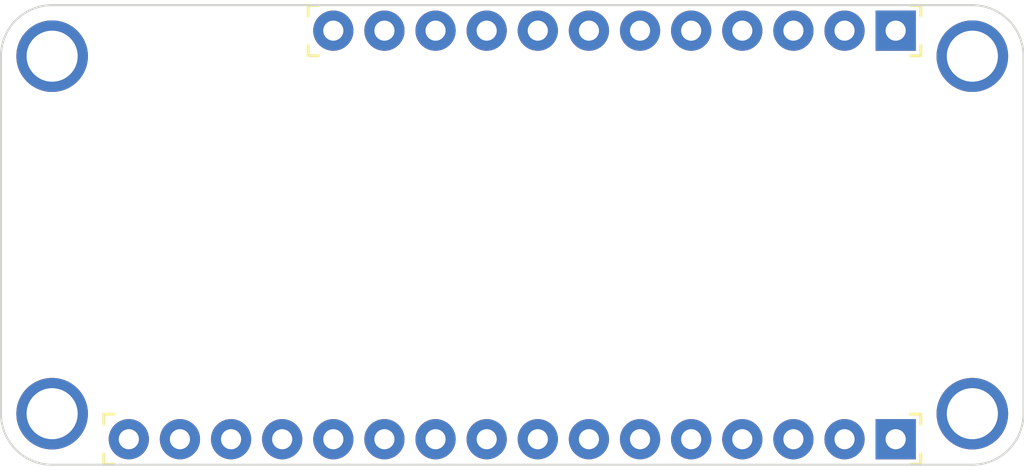
<source format=kicad_pcb>
(kicad_pcb (version 20170123) (host pcbnew "(2017-02-10 revision 1bcbbb4)-makepkg")

  (general
    (links 1)
    (no_connects 1)
    (area 111.709999 102.819999 162.610001 125.780001)
    (thickness 1.6)
    (drawings 8)
    (tracks 0)
    (zones 0)
    (modules 3)
    (nets 9)
  )

  (page A4)
  (title_block
    (date "sam. 04 avril 2015")
  )

  (layers
    (0 F.Cu signal)
    (31 B.Cu signal)
    (32 B.Adhes user)
    (33 F.Adhes user)
    (34 B.Paste user)
    (35 F.Paste user)
    (36 B.SilkS user)
    (37 F.SilkS user)
    (38 B.Mask user)
    (39 F.Mask user)
    (40 Dwgs.User user)
    (41 Cmts.User user)
    (42 Eco1.User user)
    (43 Eco2.User user)
    (44 Edge.Cuts user)
    (45 Margin user)
    (46 B.CrtYd user)
    (47 F.CrtYd user)
    (48 B.Fab user)
    (49 F.Fab user)
  )

  (setup
    (last_trace_width 0.25)
    (trace_clearance 0.2)
    (zone_clearance 0.508)
    (zone_45_only no)
    (trace_min 0.2)
    (segment_width 0.15)
    (edge_width 0.1)
    (via_size 0.6)
    (via_drill 0.4)
    (via_min_size 0.4)
    (via_min_drill 0.3)
    (uvia_size 0.3)
    (uvia_drill 0.1)
    (uvias_allowed no)
    (uvia_min_size 0.2)
    (uvia_min_drill 0.1)
    (pcb_text_width 0.3)
    (pcb_text_size 1.5 1.5)
    (mod_edge_width 0.15)
    (mod_text_size 1 1)
    (mod_text_width 0.15)
    (pad_size 1.5 1.5)
    (pad_drill 0.6)
    (pad_to_mask_clearance 0)
    (aux_axis_origin 137.16 114.3)
    (visible_elements 7FFFFFFF)
    (pcbplotparams
      (layerselection 0x00030_80000001)
      (usegerberextensions false)
      (excludeedgelayer true)
      (linewidth 0.100000)
      (plotframeref false)
      (viasonmask false)
      (mode 1)
      (useauxorigin false)
      (hpglpennumber 1)
      (hpglpenspeed 20)
      (hpglpendiameter 15)
      (psnegative false)
      (psa4output false)
      (plotreference true)
      (plotvalue true)
      (plotinvisibletext false)
      (padsonsilk false)
      (subtractmaskfromsilk false)
      (outputformat 1)
      (mirror false)
      (drillshape 1)
      (scaleselection 1)
      (outputdirectory ""))
  )

  (net 0 "")
  (net 1 GND)
  (net 2 VCC)
  (net 3 /A5)
  (net 4 /A4)
  (net 5 /A3)
  (net 6 /A2)
  (net 7 /A1)
  (net 8 /A0)

  (net_class Default "This is the default net class."
    (clearance 0.2)
    (trace_width 0.25)
    (via_dia 0.6)
    (via_drill 0.4)
    (uvia_dia 0.3)
    (uvia_drill 0.1)
    (add_net /A0)
    (add_net /A1)
    (add_net /A2)
    (add_net /A3)
    (add_net /A4)
    (add_net /A5)
    (add_net GND)
    (add_net VCC)
  )

  (module Adafruit_FeatherWing:Conn_PinHeader_1x16 (layer F.Cu) (tedit 58EF1B8A) (tstamp 58EF1DFE)
    (at 137.16 124.46 180)
    (path /56D755F3)
    (fp_text reference JP1 (at 0 0.508) (layer F.Fab)
      (effects (font (size 0.6 0.6) (thickness 0.1)))
    )
    (fp_text value PinHeader_01x16_2.54mm (at 0 -0.508) (layer F.Fab)
      (effects (font (size 0.6 0.5) (thickness 0.1)))
    )
    (fp_text user %R (at 0 0) (layer Eco1.User)
      (effects (font (size 0.3 0.3) (thickness 0.03)))
    )
    (fp_line (start 20.58 1.5) (end -20.58 1.5) (layer F.CrtYd) (width 0.05))
    (fp_line (start -20.58 -1.5) (end 20.58 -1.5) (layer F.CrtYd) (width 0.05))
    (fp_line (start -20.58 -1.5) (end -20.58 1.5) (layer F.CrtYd) (width 0.05))
    (fp_line (start 20.58 1.5) (end 20.58 -1.5) (layer F.CrtYd) (width 0.05))
    (fp_line (start 20.297 0.739) (end 20.297 1.247) (layer F.SilkS) (width 0.15))
    (fp_line (start -20.297 0.739) (end -20.297 1.247) (layer F.SilkS) (width 0.15))
    (fp_line (start -20.297 -1.247) (end -20.297 -0.739) (layer F.SilkS) (width 0.15))
    (fp_line (start 19.789 1.247) (end 20.297 1.247) (layer F.SilkS) (width 0.15))
    (fp_line (start -20.297 1.247) (end -19.789 1.247) (layer F.SilkS) (width 0.15))
    (fp_line (start 19.789 -1.247) (end 20.297 -1.247) (layer F.SilkS) (width 0.15))
    (fp_line (start -20.297 -1.247) (end -19.789 -1.247) (layer F.SilkS) (width 0.15))
    (fp_line (start 20.297 -1.247) (end 20.297 -0.739) (layer F.SilkS) (width 0.15))
    (fp_line (start -20.32 -1.27) (end 20.32 -1.27) (layer F.Fab) (width 0.05))
    (fp_line (start 20.32 -1.27) (end 20.32 1.27) (layer F.Fab) (width 0.05))
    (fp_line (start -20.32 1.27) (end 20.32 1.27) (layer F.Fab) (width 0.05))
    (fp_line (start -20.32 1.27) (end -20.32 -1.27) (layer F.Fab) (width 0.05))
    (pad 11 thru_hole circle (at 6.35 0 180) (size 2 2) (drill 1) (layers *.Cu *.Mask)
      (net 7 /A1))
    (pad 12 thru_hole circle (at 8.89 0 180) (size 2 2) (drill 1) (layers *.Cu *.Mask)
      (net 8 /A0))
    (pad 10 thru_hole circle (at 3.81 0 180) (size 2 2) (drill 1) (layers *.Cu *.Mask)
      (net 6 /A2))
    (pad 9 thru_hole circle (at 1.27 0 180) (size 2 2) (drill 1) (layers *.Cu *.Mask)
      (net 5 /A3))
    (pad 8 thru_hole circle (at -1.27 0 180) (size 2 2) (drill 1) (layers *.Cu *.Mask)
      (net 4 /A4))
    (pad 5 thru_hole circle (at -8.89 0 180) (size 2 2) (drill 1) (layers *.Cu *.Mask))
    (pad 6 thru_hole circle (at -6.35 0 180) (size 2 2) (drill 1) (layers *.Cu *.Mask))
    (pad 7 thru_hole circle (at -3.81 0 180) (size 2 2) (drill 1) (layers *.Cu *.Mask)
      (net 3 /A5))
    (pad 4 thru_hole circle (at -11.43 0 180) (size 2 2) (drill 1) (layers *.Cu *.Mask))
    (pad 3 thru_hole circle (at -13.97 0 180) (size 2 2) (drill 1) (layers *.Cu *.Mask))
    (pad 2 thru_hole circle (at -16.51 0 180) (size 2 2) (drill 1) (layers *.Cu *.Mask))
    (pad 1 thru_hole rect (at -19.05 0 180) (size 2 2) (drill 1) (layers *.Cu *.Mask)
      (net 1 GND))
    (pad 13 thru_hole circle (at 11.43 0 180) (size 2 2) (drill 1) (layers *.Cu *.Mask)
      (net 1 GND))
    (pad 14 thru_hole circle (at 13.97 0 180) (size 2 2) (drill 1) (layers *.Cu *.Mask))
    (pad 15 thru_hole circle (at 16.51 0 180) (size 2 2) (drill 1) (layers *.Cu *.Mask)
      (net 2 VCC))
    (pad 16 thru_hole circle (at 19.05 0 180) (size 2 2) (drill 1) (layers *.Cu *.Mask))
  )

  (module Adafruit_FeatherWing:Conn_PinHeader_1x12 (layer F.Cu) (tedit 56B1F058) (tstamp 58EF1E1F)
    (at 142.24 104.14 180)
    (path /56D754D1)
    (fp_text reference JP3 (at 0 0.6) (layer F.Fab)
      (effects (font (size 0.6 0.6) (thickness 0.1)))
    )
    (fp_text value PinHeader_01x12_2.54mm (at 0 -0.5) (layer F.Fab)
      (effects (font (size 0.6 0.5) (thickness 0.1)))
    )
    (fp_text user %R (at 0 0) (layer Eco1.User)
      (effects (font (size 0.3 0.3) (thickness 0.03)))
    )
    (fp_line (start 15.5 1.5) (end -15.5 1.5) (layer F.CrtYd) (width 0.05))
    (fp_line (start -15.5 -1.5) (end 15.5 -1.5) (layer F.CrtYd) (width 0.05))
    (fp_line (start -15.5 -1.5) (end -15.5 1.5) (layer F.CrtYd) (width 0.05))
    (fp_line (start 15.5 1.5) (end 15.5 -1.5) (layer F.CrtYd) (width 0.05))
    (fp_line (start 15.217 0.739) (end 15.217 1.247) (layer F.SilkS) (width 0.15))
    (fp_line (start -15.217 0.739) (end -15.217 1.247) (layer F.SilkS) (width 0.15))
    (fp_line (start -15.217 -1.247) (end -15.217 -0.739) (layer F.SilkS) (width 0.15))
    (fp_line (start 14.709 1.247) (end 15.217 1.247) (layer F.SilkS) (width 0.15))
    (fp_line (start -15.217 1.247) (end -14.709 1.247) (layer F.SilkS) (width 0.15))
    (fp_line (start 14.709 -1.247) (end 15.217 -1.247) (layer F.SilkS) (width 0.15))
    (fp_line (start -15.217 -1.247) (end -14.709 -1.247) (layer F.SilkS) (width 0.15))
    (fp_line (start 15.217 -1.247) (end 15.217 -0.739) (layer F.SilkS) (width 0.15))
    (fp_line (start -15.24 -1.27) (end 15.24 -1.27) (layer F.Fab) (width 0.05))
    (fp_line (start 15.24 -1.27) (end 15.24 1.27) (layer F.Fab) (width 0.05))
    (fp_line (start -15.24 1.27) (end 15.24 1.27) (layer F.Fab) (width 0.05))
    (fp_line (start -15.24 1.27) (end -15.24 -1.27) (layer F.Fab) (width 0.05))
    (pad 11 thru_hole circle (at 11.43 0 180) (size 2 2) (drill 1) (layers *.Cu *.Mask))
    (pad 12 thru_hole circle (at 13.97 0 180) (size 2 2) (drill 1) (layers *.Cu *.Mask))
    (pad 10 thru_hole circle (at 8.89 0 180) (size 2 2) (drill 1) (layers *.Cu *.Mask))
    (pad 9 thru_hole circle (at 6.35 0 180) (size 2 2) (drill 1) (layers *.Cu *.Mask))
    (pad 8 thru_hole circle (at 3.81 0 180) (size 2 2) (drill 1) (layers *.Cu *.Mask))
    (pad 5 thru_hole circle (at -3.81 0 180) (size 2 2) (drill 1) (layers *.Cu *.Mask))
    (pad 6 thru_hole circle (at -1.27 0 180) (size 2 2) (drill 1) (layers *.Cu *.Mask))
    (pad 7 thru_hole circle (at 1.27 0 180) (size 2 2) (drill 1) (layers *.Cu *.Mask))
    (pad 4 thru_hole circle (at -6.35 0 180) (size 2 2) (drill 1) (layers *.Cu *.Mask))
    (pad 3 thru_hole circle (at -8.89 0 180) (size 2 2) (drill 1) (layers *.Cu *.Mask))
    (pad 2 thru_hole circle (at -11.43 0 180) (size 2 2) (drill 1) (layers *.Cu *.Mask))
    (pad 1 thru_hole rect (at -13.97 0 180) (size 2 2) (drill 1) (layers *.Cu *.Mask))
  )

  (module Adafruit_FeatherWing:PCB_FeatherWing (layer F.Cu) (tedit 58EF14C7) (tstamp 58EF202D)
    (at 137.16 114.3)
    (fp_text reference PCB** (at 0 1) (layer F.Fab)
      (effects (font (size 0.6 0.6) (thickness 0.1)))
    )
    (fp_text value VAL** (at 0 0 180) (layer F.Fab)
      (effects (font (size 0.6 0.5) (thickness 0.1)))
    )
    (fp_text user 12 (at -8.89 -10.922) (layer Cmts.User)
      (effects (font (size 0.3 0.25) (thickness 0.03)))
    )
    (fp_text user 11 (at -6.35 -10.922) (layer Cmts.User)
      (effects (font (size 0.3 0.25) (thickness 0.03)))
    )
    (fp_text user 10 (at -3.81 -10.922) (layer Cmts.User)
      (effects (font (size 0.3 0.25) (thickness 0.03)))
    )
    (fp_text user 9 (at -1.27 -10.922) (layer Cmts.User)
      (effects (font (size 0.3 0.25) (thickness 0.03)))
    )
    (fp_text user 8 (at 1.27 -10.922) (layer Cmts.User)
      (effects (font (size 0.3 0.25) (thickness 0.03)))
    )
    (fp_text user 7 (at 3.81 -10.922) (layer Cmts.User)
      (effects (font (size 0.3 0.25) (thickness 0.03)))
    )
    (fp_text user 6 (at 6.35 -10.922) (layer Cmts.User)
      (effects (font (size 0.3 0.25) (thickness 0.03)))
    )
    (fp_text user 5 (at 8.89 -10.922) (layer Cmts.User)
      (effects (font (size 0.3 0.25) (thickness 0.03)))
    )
    (fp_text user 4 (at 11.43 -10.922) (layer Cmts.User)
      (effects (font (size 0.3 0.25) (thickness 0.03)))
    )
    (fp_text user 3 (at 13.97 -10.922) (layer Cmts.User)
      (effects (font (size 0.3 0.25) (thickness 0.03)))
    )
    (fp_text user 2 (at 16.51 -10.922) (layer Cmts.User)
      (effects (font (size 0.3 0.25) (thickness 0.03)))
    )
    (fp_text user 1 (at 19.05 -10.922) (layer Cmts.User)
      (effects (font (size 0.3 0.25) (thickness 0.03)))
    )
    (fp_text user 16 (at -19.05 10.922) (layer Cmts.User)
      (effects (font (size 0.3 0.25) (thickness 0.03)))
    )
    (fp_text user 15 (at -16.51 10.922) (layer Cmts.User)
      (effects (font (size 0.3 0.25) (thickness 0.03)))
    )
    (fp_text user 14 (at -13.97 10.922) (layer Cmts.User)
      (effects (font (size 0.3 0.25) (thickness 0.03)))
    )
    (fp_text user 13 (at -11.43 10.922) (layer Cmts.User)
      (effects (font (size 0.3 0.25) (thickness 0.03)))
    )
    (fp_text user 12 (at -8.89 10.922) (layer Cmts.User)
      (effects (font (size 0.3 0.25) (thickness 0.03)))
    )
    (fp_text user 11 (at -6.35 10.922) (layer Cmts.User)
      (effects (font (size 0.3 0.25) (thickness 0.03)))
    )
    (fp_text user 10 (at -3.81 10.922) (layer Cmts.User)
      (effects (font (size 0.3 0.25) (thickness 0.03)))
    )
    (fp_text user 9 (at -1.27 10.922) (layer Cmts.User)
      (effects (font (size 0.3 0.25) (thickness 0.03)))
    )
    (fp_text user 8 (at 1.27 10.922) (layer Cmts.User)
      (effects (font (size 0.3 0.25) (thickness 0.03)))
    )
    (fp_text user 7 (at 3.81 10.922) (layer Cmts.User)
      (effects (font (size 0.3 0.25) (thickness 0.03)))
    )
    (fp_text user 6 (at 6.35 10.922) (layer Cmts.User)
      (effects (font (size 0.3 0.25) (thickness 0.03)))
    )
    (fp_text user 5 (at 8.89 10.922) (layer Cmts.User)
      (effects (font (size 0.3 0.25) (thickness 0.03)))
    )
    (fp_text user 4 (at 11.43 10.922) (layer Cmts.User)
      (effects (font (size 0.3 0.25) (thickness 0.03)))
    )
    (fp_text user 3 (at 13.97 10.922) (layer Cmts.User)
      (effects (font (size 0.3 0.25) (thickness 0.03)))
    )
    (fp_text user 2 (at 16.51 10.922) (layer Cmts.User)
      (effects (font (size 0.3 0.25) (thickness 0.03)))
    )
    (fp_circle (center -8.89 -10.16) (end -8.382 -10.16) (layer Cmts.User) (width 0.05))
    (fp_circle (center -6.35 -10.16) (end -5.842 -10.16) (layer Cmts.User) (width 0.05))
    (fp_circle (center -3.81 -10.16) (end -3.302 -10.16) (layer Cmts.User) (width 0.05))
    (fp_circle (center -1.27 -10.16) (end -0.762 -10.16) (layer Cmts.User) (width 0.05))
    (fp_circle (center 1.27 -10.16) (end 1.778 -10.16) (layer Cmts.User) (width 0.05))
    (fp_circle (center 3.81 -10.16) (end 4.318 -10.16) (layer Cmts.User) (width 0.05))
    (fp_circle (center 6.35 -10.16) (end 6.858 -10.16) (layer Cmts.User) (width 0.05))
    (fp_circle (center 8.89 -10.16) (end 9.398 -10.16) (layer Cmts.User) (width 0.05))
    (fp_circle (center 11.43 -10.16) (end 11.938 -10.16) (layer Cmts.User) (width 0.05))
    (fp_circle (center 13.97 -10.16) (end 14.478 -10.16) (layer Cmts.User) (width 0.05))
    (fp_circle (center 16.51 -10.16) (end 17.018 -10.16) (layer Cmts.User) (width 0.05))
    (fp_circle (center 19.05 -10.16) (end 19.558 -10.16) (layer Cmts.User) (width 0.05))
    (fp_circle (center -19.05 10.16) (end -18.542 10.16) (layer Cmts.User) (width 0.05))
    (fp_circle (center -16.51 10.16) (end -16.002 10.16) (layer Cmts.User) (width 0.05))
    (fp_circle (center -13.97 10.16) (end -13.462 10.16) (layer Cmts.User) (width 0.05))
    (fp_circle (center -11.43 10.16) (end -10.922 10.16) (layer Cmts.User) (width 0.05))
    (fp_circle (center -8.89 10.16) (end -8.382 10.16) (layer Cmts.User) (width 0.05))
    (fp_circle (center -6.35 10.16) (end -5.842 10.16) (layer Cmts.User) (width 0.05))
    (fp_circle (center -3.81 10.16) (end -3.302 10.16) (layer Cmts.User) (width 0.05))
    (fp_circle (center -1.27 10.16) (end -0.762 10.16) (layer Cmts.User) (width 0.05))
    (fp_circle (center 1.27 10.16) (end 1.778 10.16) (layer Cmts.User) (width 0.05))
    (fp_circle (center 3.81 10.16) (end 4.318 10.16) (layer Cmts.User) (width 0.05))
    (fp_circle (center 6.35 10.16) (end 6.858 10.16) (layer Cmts.User) (width 0.05))
    (fp_circle (center 8.89 10.16) (end 9.398 10.16) (layer Cmts.User) (width 0.05))
    (fp_circle (center 11.43 10.16) (end 11.938 10.16) (layer Cmts.User) (width 0.05))
    (fp_circle (center 13.97 10.16) (end 14.478 10.16) (layer Cmts.User) (width 0.05))
    (fp_circle (center 16.51 10.16) (end 17.018 10.16) (layer Cmts.User) (width 0.05))
    (fp_line (start -9.398 -9.652) (end -8.382 -10.668) (layer Cmts.User) (width 0.05))
    (fp_line (start -6.858 -9.652) (end -5.842 -10.668) (layer Cmts.User) (width 0.05))
    (fp_line (start -4.318 -9.652) (end -3.302 -10.668) (layer Cmts.User) (width 0.05))
    (fp_line (start -1.778 -9.652) (end -0.762 -10.668) (layer Cmts.User) (width 0.05))
    (fp_line (start 0.762 -9.652) (end 1.778 -10.668) (layer Cmts.User) (width 0.05))
    (fp_line (start 3.302 -9.652) (end 4.318 -10.668) (layer Cmts.User) (width 0.05))
    (fp_line (start 5.842 -9.652) (end 6.858 -10.668) (layer Cmts.User) (width 0.05))
    (fp_line (start 8.382 -9.652) (end 9.398 -10.668) (layer Cmts.User) (width 0.05))
    (fp_line (start 10.922 -9.652) (end 11.938 -10.668) (layer Cmts.User) (width 0.05))
    (fp_line (start 13.462 -9.652) (end 14.478 -10.668) (layer Cmts.User) (width 0.05))
    (fp_line (start 16.002 -9.652) (end 17.018 -10.668) (layer Cmts.User) (width 0.05))
    (fp_line (start 18.542 -9.652) (end 19.558 -10.668) (layer Cmts.User) (width 0.05))
    (fp_line (start -19.558 10.668) (end -18.542 9.652) (layer Cmts.User) (width 0.05))
    (fp_line (start -17.018 10.668) (end -16.002 9.652) (layer Cmts.User) (width 0.05))
    (fp_line (start -14.478 10.668) (end -13.462 9.652) (layer Cmts.User) (width 0.05))
    (fp_line (start -11.938 10.668) (end -10.922 9.652) (layer Cmts.User) (width 0.05))
    (fp_line (start -9.398 10.668) (end -8.382 9.652) (layer Cmts.User) (width 0.05))
    (fp_line (start -6.858 10.668) (end -5.842 9.652) (layer Cmts.User) (width 0.05))
    (fp_line (start -4.318 10.668) (end -3.302 9.652) (layer Cmts.User) (width 0.05))
    (fp_line (start -1.778 10.668) (end -0.762 9.652) (layer Cmts.User) (width 0.05))
    (fp_line (start 0.762 10.668) (end 1.778 9.652) (layer Cmts.User) (width 0.05))
    (fp_line (start 3.302 10.668) (end 4.318 9.652) (layer Cmts.User) (width 0.05))
    (fp_line (start 5.842 10.668) (end 6.858 9.652) (layer Cmts.User) (width 0.05))
    (fp_line (start 8.382 10.668) (end 9.398 9.652) (layer Cmts.User) (width 0.05))
    (fp_line (start 10.922 10.668) (end 11.938 9.652) (layer Cmts.User) (width 0.05))
    (fp_line (start 13.462 10.668) (end 14.478 9.652) (layer Cmts.User) (width 0.05))
    (fp_line (start 16.002 10.668) (end 17.018 9.652) (layer Cmts.User) (width 0.05))
    (fp_line (start -9.398 -10.668) (end -8.382 -9.652) (layer Cmts.User) (width 0.05))
    (fp_line (start -6.858 -10.668) (end -5.842 -9.652) (layer Cmts.User) (width 0.05))
    (fp_line (start -4.318 -10.668) (end -3.302 -9.652) (layer Cmts.User) (width 0.05))
    (fp_line (start -1.778 -10.668) (end -0.762 -9.652) (layer Cmts.User) (width 0.05))
    (fp_line (start 0.762 -10.668) (end 1.778 -9.652) (layer Cmts.User) (width 0.05))
    (fp_line (start 3.302 -10.668) (end 4.318 -9.652) (layer Cmts.User) (width 0.05))
    (fp_line (start 5.842 -10.668) (end 6.858 -9.652) (layer Cmts.User) (width 0.05))
    (fp_line (start 8.382 -10.668) (end 9.398 -9.652) (layer Cmts.User) (width 0.05))
    (fp_line (start 10.922 -10.668) (end 11.938 -9.652) (layer Cmts.User) (width 0.05))
    (fp_line (start 13.462 -10.668) (end 14.478 -9.652) (layer Cmts.User) (width 0.05))
    (fp_line (start 16.002 -10.668) (end 17.018 -9.652) (layer Cmts.User) (width 0.05))
    (fp_line (start 18.542 -10.668) (end 19.558 -9.652) (layer Cmts.User) (width 0.05))
    (fp_line (start -19.558 9.652) (end -18.542 10.668) (layer Cmts.User) (width 0.05))
    (fp_line (start -17.018 9.652) (end -16.002 10.668) (layer Cmts.User) (width 0.05))
    (fp_line (start -14.478 9.652) (end -13.462 10.668) (layer Cmts.User) (width 0.05))
    (fp_line (start -11.938 9.652) (end -10.922 10.668) (layer Cmts.User) (width 0.05))
    (fp_line (start -9.398 9.652) (end -8.382 10.668) (layer Cmts.User) (width 0.05))
    (fp_line (start -6.858 9.652) (end -5.842 10.668) (layer Cmts.User) (width 0.05))
    (fp_line (start -4.318 9.652) (end -3.302 10.668) (layer Cmts.User) (width 0.05))
    (fp_line (start -1.778 9.652) (end -0.762 10.668) (layer Cmts.User) (width 0.05))
    (fp_line (start 0.762 9.652) (end 1.778 10.668) (layer Cmts.User) (width 0.05))
    (fp_line (start 3.302 9.652) (end 4.318 10.668) (layer Cmts.User) (width 0.05))
    (fp_line (start 5.842 9.652) (end 6.858 10.668) (layer Cmts.User) (width 0.05))
    (fp_line (start 8.382 9.652) (end 9.398 10.668) (layer Cmts.User) (width 0.05))
    (fp_line (start 10.922 9.652) (end 11.938 10.668) (layer Cmts.User) (width 0.05))
    (fp_line (start 13.462 9.652) (end 14.478 10.668) (layer Cmts.User) (width 0.05))
    (fp_line (start 16.002 9.652) (end 17.018 10.668) (layer Cmts.User) (width 0.05))
    (fp_text user 1 (at 19.05 10.922) (layer Cmts.User)
      (effects (font (size 0.3 0.25) (thickness 0.03)))
    )
    (fp_line (start 18.542 9.652) (end 19.558 10.668) (layer Cmts.User) (width 0.05))
    (fp_line (start 18.542 10.668) (end 19.558 9.652) (layer Cmts.User) (width 0.05))
    (fp_circle (center 19.05 10.16) (end 19.558 10.16) (layer Cmts.User) (width 0.05))
    (fp_line (start 22.86 -11.43) (end -22.86 -11.43) (layer Dwgs.User) (width 0.05))
    (fp_line (start 25.4 8.89) (end 25.4 -8.89) (layer Dwgs.User) (width 0.05))
    (fp_line (start -22.86 11.43) (end 22.86 11.43) (layer Dwgs.User) (width 0.05))
    (fp_line (start -25.4 -8.89) (end -25.4 8.89) (layer Dwgs.User) (width 0.05))
    (fp_arc (start 22.86 -8.89) (end 22.86 -11.43) (angle 90) (layer Dwgs.User) (width 0.05))
    (fp_arc (start 22.86 8.89) (end 22.86 11.43) (angle -88.9) (layer Dwgs.User) (width 0.05))
    (fp_arc (start -22.86 8.89) (end -22.86 11.43) (angle 90) (layer Dwgs.User) (width 0.05))
    (fp_arc (start -22.86 -8.89) (end -25.4 -8.89) (angle 90) (layer Dwgs.User) (width 0.05))
    (fp_text user %R (at 17.78 8.89 180) (layer Eco1.User)
      (effects (font (size 0.3 0.3) (thickness 0.03)))
    )
    (pad "" np_thru_hole circle (at 22.86 8.89) (size 3.556 3.556) (drill 2.54) (layers *.Cu *.Mask))
    (pad "" np_thru_hole circle (at -22.86 8.89) (size 3.556 3.556) (drill 2.54) (layers *.Cu *.Mask))
    (pad "" np_thru_hole circle (at 22.86 -8.89) (size 3.556 3.556) (drill 2.54) (layers *.Cu *.Mask))
    (pad "" np_thru_hole circle (at -22.86 -8.89) (size 3.556 3.556) (drill 2.54) (layers *.Cu *.Mask))
  )

  (gr_arc (start 114.3 123.19) (end 114.3 125.73) (angle 90) (layer Edge.Cuts) (width 0.1))
  (gr_arc (start 114.3 105.41) (end 111.76 105.41) (angle 90) (layer Edge.Cuts) (width 0.1))
  (gr_arc (start 160.02 105.41) (end 160.02 102.87) (angle 90) (layer Edge.Cuts) (width 0.1))
  (gr_arc (start 160.02 123.19) (end 162.56 123.19) (angle 90) (layer Edge.Cuts) (width 0.1))
  (gr_line (start 114.3 125.73) (end 160.02 125.73) (angle 90) (layer Edge.Cuts) (width 0.1))
  (gr_line (start 111.76 105.41) (end 111.76 123.19) (angle 90) (layer Edge.Cuts) (width 0.1))
  (gr_line (start 160.02 102.87) (end 114.3 102.87) (angle 90) (layer Edge.Cuts) (width 0.1))
  (gr_line (start 162.56 123.19) (end 162.56 105.41) (angle 90) (layer Edge.Cuts) (width 0.1))

)

</source>
